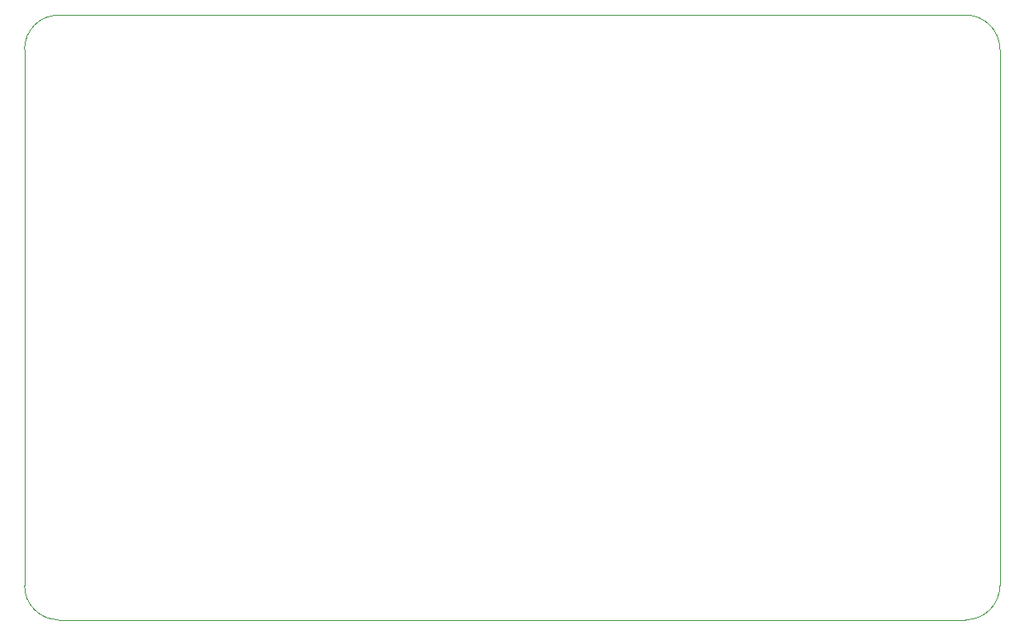
<source format=gbr>
%TF.GenerationSoftware,Altium Limited,Altium Designer,26.3.0 (6)*%
G04 Layer_Color=0*
%FSLAX45Y45*%
%MOMM*%
%TF.SameCoordinates,B802E6D7-E220-4502-B456-AB3D52F6952B*%
%TF.FilePolarity,Positive*%
%TF.FileFunction,Profile,NP*%
%TF.Part,Single*%
G01*
G75*
%TA.AperFunction,Profile*%
%ADD22C,0.02540*%
D22*
X-5000000Y-2750000D02*
G03*
X-4650000Y-3100000I350000J0D01*
G01*
X4650000D01*
D02*
G03*
X5000000Y-2750000I0J350000D01*
G01*
Y2750000D01*
D02*
G03*
X4650000Y3100000I-350000J0D01*
G01*
X-4650000D01*
D02*
G03*
X-5000000Y2750000I0J-350000D01*
G01*
Y-2750000D01*
%TF.MD5,1b24122bd8e327f6a1ea09f8136b1d45*%
M02*

</source>
